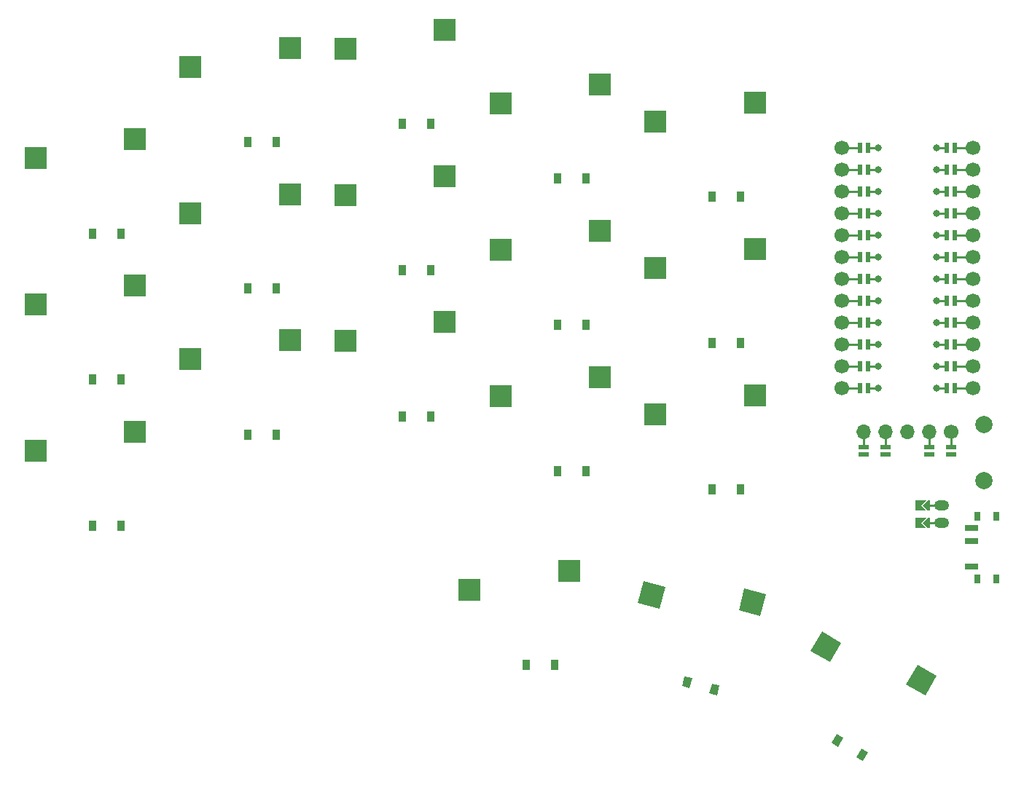
<source format=gtl>
G04 #@! TF.GenerationSoftware,KiCad,Pcbnew,8.0.6+1*
G04 #@! TF.CreationDate,2024-12-31T16:22:16+00:00*
G04 #@! TF.ProjectId,corney_island_wireless,636f726e-6579-45f6-9973-6c616e645f77,0.2*
G04 #@! TF.SameCoordinates,Original*
G04 #@! TF.FileFunction,Copper,L1,Top*
G04 #@! TF.FilePolarity,Positive*
%FSLAX46Y46*%
G04 Gerber Fmt 4.6, Leading zero omitted, Abs format (unit mm)*
G04 Created by KiCad (PCBNEW 8.0.6+1) date 2024-12-31 16:22:16*
%MOMM*%
%LPD*%
G01*
G04 APERTURE LIST*
G04 #@! TA.AperFunction,SMDPad,CuDef*
%ADD10R,2.600000X2.600000*%
G04 #@! TD*
G04 #@! TA.AperFunction,SMDPad,CuDef*
%ADD11R,0.900000X1.200000*%
G04 #@! TD*
G04 #@! TA.AperFunction,ComponentPad*
%ADD12C,1.700000*%
G04 #@! TD*
G04 #@! TA.AperFunction,ComponentPad*
%ADD13C,0.800000*%
G04 #@! TD*
G04 #@! TA.AperFunction,SMDPad,CuDef*
%ADD14R,0.600000X1.200000*%
G04 #@! TD*
G04 #@! TA.AperFunction,SMDPad,CuDef*
%ADD15R,1.200000X0.600000*%
G04 #@! TD*
G04 #@! TA.AperFunction,ComponentPad*
%ADD16O,1.700000X1.700000*%
G04 #@! TD*
G04 #@! TA.AperFunction,SMDPad,CuDef*
%ADD17R,0.800000X1.000000*%
G04 #@! TD*
G04 #@! TA.AperFunction,SMDPad,CuDef*
%ADD18R,1.500000X0.700000*%
G04 #@! TD*
G04 #@! TA.AperFunction,ComponentPad*
%ADD19C,2.000000*%
G04 #@! TD*
G04 #@! TA.AperFunction,ComponentPad*
%ADD20O,1.750000X1.200000*%
G04 #@! TD*
G04 #@! TA.AperFunction,Conductor*
%ADD21C,0.250000*%
G04 #@! TD*
G04 APERTURE END LIST*
D10*
X103275000Y-94050000D03*
X91725000Y-96250000D03*
X103275000Y-77050000D03*
X91725000Y-79250000D03*
X103275000Y-60050000D03*
X91725000Y-62250000D03*
X121275000Y-83425000D03*
X109725000Y-85625000D03*
X121275000Y-66425000D03*
X109725000Y-68625000D03*
X121275000Y-49425000D03*
X109725000Y-51625000D03*
X139275000Y-81300000D03*
X127725000Y-83500000D03*
X139275000Y-64300000D03*
X127725000Y-66500000D03*
X139275000Y-47300000D03*
X127725000Y-49500000D03*
X157275000Y-87675000D03*
X145725000Y-89875000D03*
X157275000Y-70675000D03*
X145725000Y-72875000D03*
X157275000Y-53675000D03*
X145725000Y-55875000D03*
X175275000Y-89800000D03*
X163725000Y-92000000D03*
X175275000Y-72800000D03*
X163725000Y-75000000D03*
X175275000Y-55800000D03*
X163725000Y-58000000D03*
X153675000Y-110200000D03*
X142125000Y-112400000D03*
G04 #@! TA.AperFunction,SMDPad,CuDef*
G36*
X173404506Y-114788615D02*
G01*
X174077435Y-112277208D01*
X176588842Y-112950137D01*
X175915913Y-115461544D01*
X173404506Y-114788615D01*
G37*
G04 #@! TD.AperFunction*
G04 #@! TA.AperFunction,SMDPad,CuDef*
G36*
X161678661Y-113924292D02*
G01*
X162351590Y-111412885D01*
X164862997Y-112085814D01*
X164190068Y-114597221D01*
X161678661Y-113924292D01*
G37*
G04 #@! TD.AperFunction*
G04 #@! TA.AperFunction,SMDPad,CuDef*
G36*
X192866294Y-123408009D02*
G01*
X194166294Y-121156343D01*
X196417960Y-122456343D01*
X195117960Y-124708009D01*
X192866294Y-123408009D01*
G37*
G04 #@! TD.AperFunction*
G04 #@! TA.AperFunction,SMDPad,CuDef*
G36*
X181763701Y-119538265D02*
G01*
X183063701Y-117286599D01*
X185315367Y-118586599D01*
X184015367Y-120838265D01*
X181763701Y-119538265D01*
G37*
G04 #@! TD.AperFunction*
D11*
X101650000Y-105000000D03*
X98350000Y-105000000D03*
X101650000Y-88000000D03*
X98350000Y-88000000D03*
X101650000Y-71000000D03*
X98350000Y-71000000D03*
X119650000Y-94375000D03*
X116350000Y-94375000D03*
X119650000Y-77375000D03*
X116350000Y-77375000D03*
X119650000Y-60375000D03*
X116350000Y-60375000D03*
X137650000Y-92250000D03*
X134350000Y-92250000D03*
X137650000Y-75250000D03*
X134350000Y-75250000D03*
X137650000Y-58250000D03*
X134350000Y-58250000D03*
X155650000Y-98625000D03*
X152350000Y-98625000D03*
X155650000Y-81625000D03*
X152350000Y-81625000D03*
X155650000Y-64625000D03*
X152350000Y-64625000D03*
X173650000Y-100750000D03*
X170350000Y-100750000D03*
X173650000Y-83750000D03*
X170350000Y-83750000D03*
X173650000Y-66750000D03*
X170350000Y-66750000D03*
X152050000Y-121150000D03*
X148750000Y-121150000D03*
G04 #@! TA.AperFunction,SMDPad,CuDef*
G36*
X171182935Y-123562595D02*
G01*
X170872352Y-124721706D01*
X170003019Y-124488769D01*
X170313602Y-123329658D01*
X171182935Y-123562595D01*
G37*
G04 #@! TD.AperFunction*
G04 #@! TA.AperFunction,SMDPad,CuDef*
G36*
X167995379Y-122708493D02*
G01*
X167684796Y-123867604D01*
X166815463Y-123634667D01*
X167126046Y-122475556D01*
X167995379Y-122708493D01*
G37*
G04 #@! TD.AperFunction*
G04 #@! TA.AperFunction,SMDPad,CuDef*
G36*
X188449547Y-131308039D02*
G01*
X187849547Y-132347269D01*
X187070125Y-131897269D01*
X187670125Y-130858039D01*
X188449547Y-131308039D01*
G37*
G04 #@! TD.AperFunction*
G04 #@! TA.AperFunction,SMDPad,CuDef*
G36*
X185591663Y-129658039D02*
G01*
X184991663Y-130697269D01*
X184212241Y-130247269D01*
X184812241Y-129208039D01*
X185591663Y-129658039D01*
G37*
G04 #@! TD.AperFunction*
D12*
X185380000Y-61045000D03*
X200620000Y-61045000D03*
D13*
X196400000Y-61045000D03*
X189600000Y-61045000D03*
D14*
X187520000Y-61045000D03*
X188420000Y-61045000D03*
X197580000Y-61045000D03*
X198480000Y-61045000D03*
D12*
X185380000Y-63585000D03*
X200620000Y-63585000D03*
D13*
X196400000Y-63585000D03*
X189600000Y-63585000D03*
D14*
X187520000Y-63585000D03*
X188420000Y-63585000D03*
X197580000Y-63585000D03*
X198480000Y-63585000D03*
D12*
X185380000Y-66125000D03*
X200620000Y-66125000D03*
D13*
X196400000Y-66125000D03*
X189600000Y-66125000D03*
D14*
X187520000Y-66125000D03*
X188420000Y-66125000D03*
X197580000Y-66125000D03*
X198480000Y-66125000D03*
D12*
X185380000Y-68665000D03*
X200620000Y-68665000D03*
D13*
X196400000Y-68665000D03*
X189600000Y-68665000D03*
D14*
X187520000Y-68665000D03*
X188420000Y-68665000D03*
X197580000Y-68665000D03*
X198480000Y-68665000D03*
D12*
X185380000Y-71205000D03*
X200620000Y-71205000D03*
D13*
X196400000Y-71205000D03*
X189600000Y-71205000D03*
D14*
X187520000Y-71205000D03*
X188420000Y-71205000D03*
X197580000Y-71205000D03*
X198480000Y-71205000D03*
D12*
X185380000Y-73745000D03*
X200620000Y-73745000D03*
D13*
X196400000Y-73745000D03*
X189600000Y-73745000D03*
D14*
X187520000Y-73745000D03*
X188420000Y-73745000D03*
X197580000Y-73745000D03*
X198480000Y-73745000D03*
D12*
X185380000Y-76285000D03*
X200620000Y-76285000D03*
D13*
X196400000Y-76285000D03*
X189600000Y-76285000D03*
D14*
X187520000Y-76285000D03*
X188420000Y-76285000D03*
X197580000Y-76285000D03*
X198480000Y-76285000D03*
D12*
X185380000Y-78825000D03*
X200620000Y-78825000D03*
D13*
X196400000Y-78825000D03*
X189600000Y-78825000D03*
D14*
X187520000Y-78825000D03*
X188420000Y-78825000D03*
X197580000Y-78825000D03*
X198480000Y-78825000D03*
D12*
X185380000Y-81365000D03*
X200620000Y-81365000D03*
D13*
X196400000Y-81365000D03*
X189600000Y-81365000D03*
D14*
X187520000Y-81365000D03*
X188420000Y-81365000D03*
X197580000Y-81365000D03*
X198480000Y-81365000D03*
D12*
X185380000Y-83905000D03*
X200620000Y-83905000D03*
D13*
X196400000Y-83905000D03*
X189600000Y-83905000D03*
D14*
X187520000Y-83905000D03*
X188420000Y-83905000D03*
X197580000Y-83905000D03*
X198480000Y-83905000D03*
D12*
X185380000Y-86445000D03*
X200620000Y-86445000D03*
D13*
X196400000Y-86445000D03*
X189600000Y-86445000D03*
D14*
X187520000Y-86445000D03*
X188420000Y-86445000D03*
X197580000Y-86445000D03*
X198480000Y-86445000D03*
D12*
X185380000Y-88985000D03*
X200620000Y-88985000D03*
D13*
X196400000Y-88985000D03*
X189600000Y-88985000D03*
D14*
X187520000Y-88985000D03*
X188420000Y-88985000D03*
X197580000Y-88985000D03*
X198480000Y-88985000D03*
D15*
X187920000Y-95825000D03*
X190460000Y-95825000D03*
X195540000Y-95825000D03*
X198080000Y-95825000D03*
X187920000Y-96725000D03*
X190460000Y-96725000D03*
X195540000Y-96725000D03*
X198080000Y-96725000D03*
D16*
X187920000Y-94075000D03*
X190460000Y-94075000D03*
X193000000Y-94075000D03*
X195540000Y-94075000D03*
D12*
X198080000Y-94075000D03*
D17*
X203325000Y-103850000D03*
X201115000Y-103850000D03*
X201115000Y-111150000D03*
X203325000Y-111150000D03*
D18*
X200465000Y-109750000D03*
X200465000Y-106750000D03*
X200465000Y-105250000D03*
D19*
X201900000Y-99750000D03*
X201900000Y-93250000D03*
D20*
X197000000Y-102625000D03*
X197000000Y-104625000D03*
G04 #@! TA.AperFunction,SMDPad,CuDef*
G36*
X195400000Y-102025000D02*
G01*
X195600000Y-102025000D01*
X195600000Y-103225000D01*
X195400000Y-103225000D01*
X194800000Y-102625000D01*
X195400000Y-102025000D01*
G37*
G04 #@! TD.AperFunction*
G04 #@! TA.AperFunction,SMDPad,CuDef*
G36*
X195400000Y-104025000D02*
G01*
X195600000Y-104025000D01*
X195600000Y-105225000D01*
X195400000Y-105225000D01*
X194800000Y-104625000D01*
X195400000Y-104025000D01*
G37*
G04 #@! TD.AperFunction*
G04 #@! TA.AperFunction,SMDPad,CuDef*
G36*
X195184000Y-102025000D02*
G01*
X194584000Y-102625000D01*
X195184000Y-103225000D01*
X193934000Y-103225000D01*
X193934000Y-102025000D01*
X195184000Y-102025000D01*
G37*
G04 #@! TD.AperFunction*
G04 #@! TA.AperFunction,SMDPad,CuDef*
G36*
X195184000Y-104025000D02*
G01*
X194584000Y-104625000D01*
X195184000Y-105225000D01*
X193934000Y-105225000D01*
X193934000Y-104025000D01*
X195184000Y-104025000D01*
G37*
G04 #@! TD.AperFunction*
D21*
X197580000Y-61045000D02*
X196400000Y-61045000D01*
X188420000Y-61045000D02*
X189600000Y-61045000D01*
X185380000Y-61045000D02*
X187500000Y-61045000D01*
X198500000Y-61045000D02*
X200620000Y-61045000D01*
X197580000Y-63585000D02*
X196400000Y-63585000D01*
X188420000Y-63585000D02*
X189600000Y-63585000D01*
X185380000Y-63585000D02*
X187500000Y-63585000D01*
X198500000Y-63585000D02*
X200620000Y-63585000D01*
X197580000Y-66125000D02*
X196400000Y-66125000D01*
X188420000Y-66125000D02*
X189600000Y-66125000D01*
X185380000Y-66125000D02*
X187500000Y-66125000D01*
X198500000Y-66125000D02*
X200620000Y-66125000D01*
X197580000Y-68665000D02*
X196400000Y-68665000D01*
X188420000Y-68665000D02*
X189600000Y-68665000D01*
X185380000Y-68665000D02*
X187500000Y-68665000D01*
X198500000Y-68665000D02*
X200620000Y-68665000D01*
X197580000Y-71205000D02*
X196400000Y-71205000D01*
X188420000Y-71205000D02*
X189600000Y-71205000D01*
X185380000Y-71205000D02*
X187500000Y-71205000D01*
X198500000Y-71205000D02*
X200620000Y-71205000D01*
X197580000Y-73745000D02*
X196400000Y-73745000D01*
X188420000Y-73745000D02*
X189600000Y-73745000D01*
X185380000Y-73745000D02*
X187500000Y-73745000D01*
X198500000Y-73745000D02*
X200620000Y-73745000D01*
X197580000Y-76285000D02*
X196400000Y-76285000D01*
X188420000Y-76285000D02*
X189600000Y-76285000D01*
X185380000Y-76285000D02*
X187500000Y-76285000D01*
X198500000Y-76285000D02*
X200620000Y-76285000D01*
X197580000Y-78825000D02*
X196400000Y-78825000D01*
X188420000Y-78825000D02*
X189600000Y-78825000D01*
X185380000Y-78825000D02*
X187500000Y-78825000D01*
X198500000Y-78825000D02*
X200620000Y-78825000D01*
X197580000Y-81365000D02*
X196400000Y-81365000D01*
X188420000Y-81365000D02*
X189600000Y-81365000D01*
X185380000Y-81365000D02*
X187500000Y-81365000D01*
X198500000Y-81365000D02*
X200620000Y-81365000D01*
X197580000Y-83905000D02*
X196400000Y-83905000D01*
X188420000Y-83905000D02*
X189600000Y-83905000D01*
X185380000Y-83905000D02*
X187500000Y-83905000D01*
X198500000Y-83905000D02*
X200620000Y-83905000D01*
X197580000Y-86445000D02*
X196400000Y-86445000D01*
X188420000Y-86445000D02*
X189600000Y-86445000D01*
X185380000Y-86445000D02*
X187500000Y-86445000D01*
X198500000Y-86445000D02*
X200620000Y-86445000D01*
X197580000Y-88985000D02*
X196400000Y-88985000D01*
X188420000Y-88985000D02*
X189600000Y-88985000D01*
X185380000Y-88985000D02*
X187500000Y-88985000D01*
X198500000Y-88985000D02*
X200620000Y-88985000D01*
X187920000Y-94075000D02*
X187920000Y-95825000D01*
X190460000Y-94075000D02*
X190460000Y-95825000D01*
X195540000Y-94075000D02*
X195540000Y-95825000D01*
X198080000Y-94075000D02*
X198080000Y-95825000D01*
X195200000Y-102625000D02*
X197000000Y-102625000D01*
X195200000Y-104625000D02*
X197000000Y-104625000D01*
M02*

</source>
